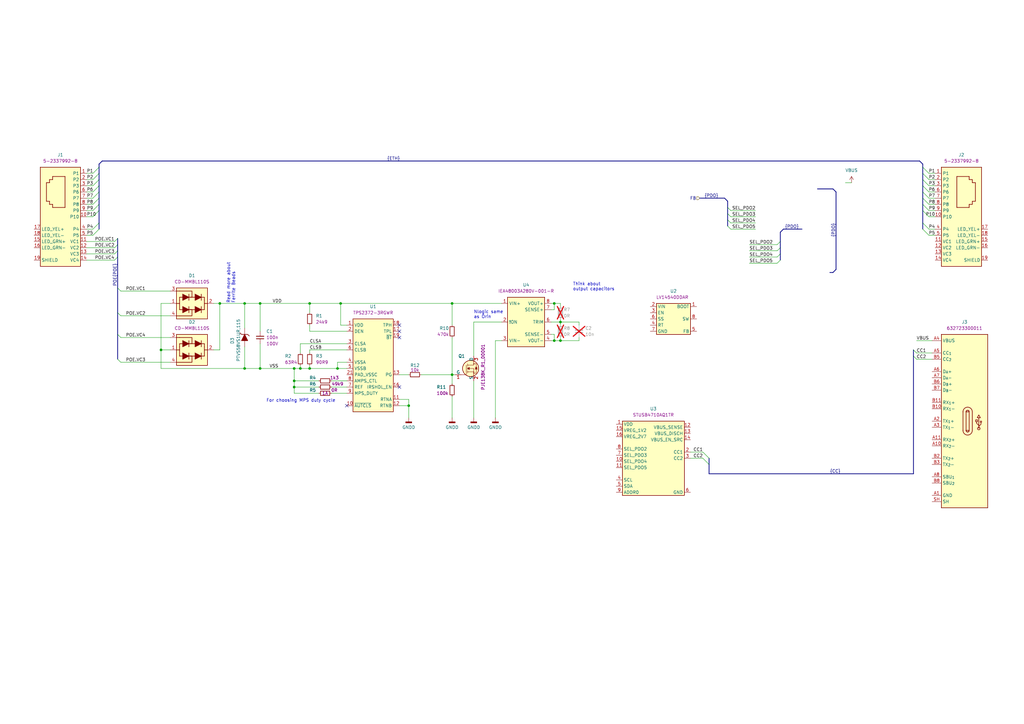
<source format=kicad_sch>
(kicad_sch (version 20230121) (generator eeschema)
  (paper "A3")
  (title_block (title "PoE to USBC PD adapter") (date "2024-07-08") (company "Antmicro ltd."))
  (lib_symbols
    (symbol "PJE138K_2" (pin_names (offset 0))
      (property "Reference" "Q" (at 22.86 -6.35 0))
      (property "MPN" "PJE138K_R1_00001" (at 22.86 -16.51 0))
      (symbol "PJE138K_2_1_1"
        (pin passive line (at 0 0 0) (length 2.54) (name "G") (number "1"))
        (pin passive line (at 7.62 -2.54 90) (length 2.54) (name "S") (number "2"))
        (pin passive line (at 7.62 7.62 270) (length 2.54) (name "D") (number "3"))
      )
    )
    (symbol "antmicroCapacitors0402:C_10n_50V_X7R_0402" (pin_numbers hide) (pin_names hide)
      (property "Reference" "C" (at 15.24 -5.08 0))
      (property "Val" "10n" (at 15.24 -7.62 0))
      (symbol "C_10n_50V_X7R_0402_1_1"
        (pin passive line (at 0 0 0) (length 2.032) (name "~") (number "1"))
        (pin passive line (at 5.08 0 180) (length 2.032) (name "~") (number "2"))
      )
    )
    (symbol "antmicroCapacitorsmisc:C_100n_100V_0805" (pin_numbers hide) (pin_names hide)
      (property "Reference" "C" (at 20.32 -5.08 0))
      (property "Val" "100n" (at 20.32 -7.62 0))
      (property "Voltage" "100V" (at 20.32 -27.94 0))
      (symbol "C_100n_100V_0805_1_1"
        (pin passive line (at 0 0 0) (length 2.032) (name "~") (number "1"))
        (pin passive line (at 5.08 0 180) (length 2.032) (name "~") (number "2"))
      )
    )
    (symbol "antmicroDCDCConverters:IEA48003A280V-001-R"
      (property "Reference" "U" (at 35.56 -2.54 0))
      (property "MPN" "IEA48003A280V-001-R" (at 35.56 -5.08 0))
      (symbol "IEA48003A280V-001-R_1_1"
        (pin power_in line (at 0 0 0) (length 2.54) (name "VIN+") (number "1"))
        (pin input line (at 0 -7.62 0) (length 2.54) (name "!ON") (number "2"))
        (pin power_in line (at 0 -15.24 0) (length 2.54) (name "VIN-") (number "3"))
        (pin power_out line (at 20.32 -15.24 180) (length 2.54) (name "VOUT-") (number "4"))
        (pin passive line (at 20.32 -12.7 180) (length 2.54) (name "SENSE-") (number "5"))
        (pin input line (at 20.32 -7.62 180) (length 2.54) (name "TRIM") (number "6"))
        (pin passive line (at 20.32 -2.54 180) (length 2.54) (name "SENSE+") (number "7"))
        (pin power_out line (at 20.32 0 180) (length 2.54) (name "VOUT+") (number "8"))
      )
    )
    (symbol "antmicroDCDCConverters:LV14540DDAR"
      (property "Reference" "U" (at 33.02 -5.08 0))
      (property "MPN" "LV14540DDAR " (at 33.02 -7.62 0))
      (symbol "LV14540DDAR_1_1"
        (pin input line (at 19.05 0 180) (length 2.54) (name "BOOT") (number "1"))
        (pin power_in line (at 0 0 0) (length 2.54) (name "VIN") (number "2"))
        (pin input line (at 0 -2.54 0) (length 2.54) (name "EN") (number "3"))
        (pin input line (at 0 -7.62 0) (length 2.54) (name "RT") (number "4"))
        (pin input line (at 19.05 -10.16 180) (length 2.54) (name "FB") (number "5"))
        (pin input line (at 0 -5.08 0) (length 2.54) (name "SS") (number "6"))
        (pin power_in line (at 0 -10.16 0) (length 2.54) (name "GND") (number "7"))
        (pin power_out line (at 19.05 -5.08 180) (length 2.54) (name "SW") (number "8"))
        (pin passive line (at 0 -10.16 0) (length 2.54) hide (name "GND") (number "9"))
      )
    )
    (symbol "antmicroDiodesRectifiersSingle:CD-MMBL110S" (pin_names hide)
      (property "Reference" "D" (at 26.67 -2.54 0))
      (property "MPN" "CD-MMBL110S" (at 26.67 -5.08 0))
      (symbol "CD-MMBL110S_1_1"
        (pin passive line (at 0 -5.08 0) (length 2.54) (name "1") (number "1"))
        (pin passive line (at 17.78 -5.08 180) (length 2.54) (name "2") (number "2"))
        (pin passive line (at 0 0 0) (length 2.54) (name "3") (number "3"))
        (pin passive line (at 0 -10.16 0) (length 2.54) (name "4") (number "4"))
      )
    )
    (symbol "antmicroModularConnectorsJacksWithMagnetics:Bus_RJ45_5-2337992-8"
      (property "Reference" "J" (at 35.56 -2.54 0))
      (property "MPN" "5-2337992-8" (at 35.56 -12.7 0))
      (symbol "Bus_RJ45_5-2337992-8_1_1"
        (pin bidirectional line (at 0 0 0) (length 2.54) (name "P1") (number "1"))
        (pin bidirectional line (at 0 -17.78 0) (length 2.54) (name "P10") (number "10"))
        (pin bidirectional line (at 0 -27.94 0) (length 2.54) (name "VC1") (number "11"))
        (pin bidirectional line (at 0 -30.48 0) (length 2.54) (name "VC2") (number "12"))
        (pin bidirectional line (at 0 -33.02 0) (length 2.54) (name "VC3") (number "13"))
        (pin bidirectional line (at 0 -35.56 0) (length 2.54) (name "VC4") (number "14"))
        (pin passive line (at 21.59 -27.94 180) (length 2.54) (name "LED_GRN+") (number "15"))
        (pin passive line (at 21.59 -30.48 180) (length 2.54) (name "LED_GRN-") (number "16"))
        (pin passive line (at 21.59 -22.86 180) (length 2.54) (name "LED_YEL+") (number "17"))
        (pin passive line (at 21.59 -25.4 180) (length 2.54) (name "LED_YEL-") (number "18"))
        (pin passive line (at 21.59 -35.56 180) (length 2.54) (name "SHIELD") (number "19"))
        (pin bidirectional line (at 0 -2.54 0) (length 2.54) (name "P2") (number "2"))
        (pin passive line (at 21.59 -35.56 180) (length 2.54) hide (name "SHIELD") (number "20"))
        (pin bidirectional line (at 0 -5.08 0) (length 2.54) (name "P3") (number "3"))
        (pin bidirectional line (at 0 -22.86 0) (length 2.54) (name "P4") (number "4"))
        (pin bidirectional line (at 0 -25.4 0) (length 2.54) (name "P5") (number "5"))
        (pin bidirectional line (at 0 -7.62 0) (length 2.54) (name "P6") (number "6"))
        (pin bidirectional line (at 0 -10.16 0) (length 2.54) (name "P7") (number "7"))
        (pin bidirectional line (at 0 -12.7 0) (length 2.54) (name "P8") (number "8"))
        (pin bidirectional line (at 0 -15.24 0) (length 2.54) (name "P9") (number "9"))
      )
    )
    (symbol "antmicroPMICPowerDistributionSwitchesLoadDrivers:STUSB4710AQ1TR"
      (property "Reference" "U" (at 45.72 -5.08 0))
      (property "MPN" "STUSB4710AQ1TR" (at 45.72 -7.62 0))
      (symbol "STUSB4710AQ1TR_1_1"
        (pin power_in line (at 0 0 0) (length 2.54) (name "VDD") (number "1"))
        (pin open_collector line (at 0 -15.24 0) (length 2.54) (name "SEL_PDO4") (number "10"))
        (pin open_collector line (at 0 -17.78 0) (length 2.54) (name "SEL_PDO5") (number "11"))
        (pin input line (at 30.48 -1.27 180) (length 2.54) (name "VBUS_SENSE") (number "12"))
        (pin output line (at 30.48 -3.81 180) (length 2.54) (name "VBUS_DISCH") (number "13"))
        (pin output line (at 30.48 -6.35 180) (length 2.54) (name "VBUS_EN_SRC") (number "14"))
        (pin power_out line (at 0 -2.54 0) (length 2.54) (name "VREG_1V2") (number "15"))
        (pin power_out line (at 0 -5.08 0) (length 2.54) (name "VREG_2V7") (number "16"))
        (pin bidirectional line (at 30.48 -11.43 180) (length 2.54) (name "CC1") (number "2"))
        (pin bidirectional line (at 30.48 -13.97 180) (length 2.54) (name "CC2") (number "3"))
        (pin input line (at 0 -22.86 0) (length 2.54) (name "SCL") (number "4"))
        (pin bidirectional line (at 0 -25.4 0) (length 2.54) (name "SDA") (number "5"))
        (pin power_in line (at 30.48 -27.94 180) (length 2.54) (name "GND") (number "6"))
        (pin open_collector line (at 0 -12.7 0) (length 2.54) (name "SEL_PDO3") (number "7"))
        (pin open_collector line (at 0 -10.16 0) (length 2.54) (name "SEL_PDO2") (number "8"))
        (pin input line (at 0 -27.94 0) (length 2.54) (name "ADDR0") (number "9"))
      )
    )
    (symbol "antmicroPMICPowerDistributionSwitchesLoadDrivers:TPS2372-3RGWR"
      (property "Reference" "U" (at 35.56 0 0))
      (property "MPN" "TPS2372-3RGWR" (at 35.56 -10.16 0))
      (symbol "TPS2372-3RGWR_1_1"
        (pin power_in line (at 0 0 0) (length 2.54) (name "VDD") (number "1"))
        (pin input line (at 0 -33.02 0) (length 2.54) (name "~{AUTCLS}") (number "10"))
        (pin power_out line (at 21.59 -30.48 180) (length 2.54) (name "RTNA") (number "11"))
        (pin power_out line (at 21.59 -33.02 180) (length 2.54) (name "RTNB") (number "12"))
        (pin output line (at 21.59 -20.32 180) (length 2.54) (name "PG") (number "13"))
        (pin no_connect line (at 19.05 -15.24 180) (length 2.54) hide (name "NC") (number "14"))
        (pin no_connect line (at 19.05 -12.7 180) (length 2.54) hide (name "NC") (number "15"))
        (pin output line (at 21.59 -25.4 180) (length 2.54) (name "IRSHDL_EN") (number "16"))
        (pin output line (at 21.59 -2.54 180) (length 2.54) (name "TPL") (number "17"))
        (pin output line (at 21.59 0 180) (length 2.54) (name "TPH") (number "18"))
        (pin output line (at 21.59 -5.08 180) (length 2.54) (name "~{BT}") (number "19"))
        (pin input line (at 0 -2.54 0) (length 2.54) (name "DEN") (number "2"))
        (pin no_connect line (at 19.05 -10.16 180) (length 2.54) hide (name "NC") (number "20"))
        (pin power_in line (at 0 -20.32 0) (length 2.54) (name "PAD_VSSC") (number "21"))
        (pin input line (at 0 -7.62 0) (length 2.54) (name "CLSA") (number "3"))
        (pin power_in line (at 0 -15.24 0) (length 2.54) (name "VSSA") (number "4"))
        (pin power_in line (at 0 -17.78 0) (length 2.54) (name "VSSB") (number "5"))
        (pin input line (at 0 -10.16 0) (length 2.54) (name "CLSB") (number "6"))
        (pin input line (at 0 -25.4 0) (length 2.54) (name "REF") (number "7"))
        (pin input line (at 0 -22.86 0) (length 2.54) (name "AMPS_CTL") (number "8"))
        (pin input line (at 0 -27.94 0) (length 2.54) (name "MPS_DUTY") (number "9"))
      )
    )
    (symbol "antmicroResistors0402:R_0R_0402" (pin_numbers hide) (pin_names hide)
      (property "Reference" "R" (at 20.32 -5.08 0))
      (property "Val" "0R" (at 20.32 -7.62 0))
      (symbol "R_0R_0402_1_1"
        (pin passive line (at 0 0 0) (length 0.635) (name "~") (number "1"))
        (pin passive line (at 5.08 0 180) (length 0.635) (name "~") (number "2"))
      )
    )
    (symbol "antmicroResistors0402:R_100k_0402" (pin_numbers hide) (pin_names hide)
      (property "Reference" "R" (at 20.32 -5.08 0))
      (property "Val" "100k" (at 20.32 -7.62 0))
      (symbol "R_100k_0402_1_1"
        (pin passive line (at 0 0 0) (length 0.635) (name "~") (number "1"))
        (pin passive line (at 5.08 0 180) (length 0.635) (name "~") (number "2"))
      )
    )
    (symbol "antmicroResistors0402:R_10k_0402" (pin_numbers hide) (pin_names hide)
      (property "Reference" "R" (at 20.32 -5.08 0))
      (property "Val" "10k" (at 20.32 -7.62 0))
      (symbol "R_10k_0402_1_1"
        (pin passive line (at 0 0 0) (length 0.635) (name "~") (number "1"))
        (pin passive line (at 5.08 0 180) (length 0.635) (name "~") (number "2"))
      )
    )
    (symbol "antmicroResistors0402:R_1k3_0402" (pin_numbers hide) (pin_names hide)
      (property "Reference" "R" (at 20.32 -5.08 0))
      (property "Val" "1k3" (at 20.32 -7.62 0))
      (symbol "R_1k3_0402_1_1"
        (pin passive line (at 0 0 0) (length 0.635) (name "~") (number "1"))
        (pin passive line (at 5.08 0 180) (length 0.635) (name "~") (number "2"))
      )
    )
    (symbol "antmicroResistors0402:R_24k9_0402" (pin_numbers hide) (pin_names hide)
      (property "Reference" "R" (at 20.32 -5.08 0))
      (property "Val" "24k9" (at 20.32 -7.62 0))
      (symbol "R_24k9_0402_1_1"
        (pin passive line (at 0 0 0) (length 0.635) (name "~") (number "1"))
        (pin passive line (at 5.08 0 180) (length 0.635) (name "~") (number "2"))
      )
    )
    (symbol "antmicroResistors0402:R_470k_0402" (pin_numbers hide) (pin_names hide)
      (property "Reference" "R" (at 20.32 -5.08 0))
      (property "Val" "470k" (at 20.32 -7.62 0))
      (symbol "R_470k_0402_1_1"
        (pin passive line (at 0 0 0) (length 0.635) (name "~") (number "1"))
        (pin passive line (at 5.08 0 180) (length 0.635) (name "~") (number "2"))
      )
    )
    (symbol "antmicroResistors0402:R_49k9_0402" (pin_numbers hide) (pin_names hide)
      (property "Reference" "R" (at 20.32 -5.08 0))
      (property "Val" "49k9" (at 20.32 -7.62 0))
      (symbol "R_49k9_0402_1_1"
        (pin passive line (at 0 0 0) (length 0.635) (name "~") (number "1"))
        (pin passive line (at 5.08 0 180) (length 0.635) (name "~") (number "2"))
      )
    )
    (symbol "antmicroResistors0603:R_0R_0603" (pin_numbers hide) (pin_names hide)
      (property "Reference" "R" (at 20.32 -5.08 0))
      (property "Val" "0R" (at 20.32 -7.62 0))
      (property "Current" "1A" (at 20.32 -30.48 0))
      (symbol "R_0R_0603_1_1"
        (pin passive line (at 0 0 0) (length 0.635) (name "~") (number "1"))
        (pin passive line (at 5.08 0 180) (length 0.635) (name "~") (number "2"))
      )
    )
    (symbol "antmicroResistors0603:R_63R4_0603" (pin_numbers hide) (pin_names hide)
      (property "Reference" "R" (at 20.32 -5.08 0))
      (property "Val" "63R4" (at 20.32 -7.62 0))
      (symbol "R_63R4_0603_1_1"
        (pin passive line (at 0 0 0) (length 0.635) (name "~") (number "1"))
        (pin passive line (at 5.08 0 180) (length 0.635) (name "~") (number "2"))
      )
    )
    (symbol "antmicroResistors0603:R_90R9_0603" (pin_numbers hide) (pin_names hide)
      (property "Reference" "R" (at 20.32 -5.08 0))
      (property "Val" "90R9" (at 20.32 -7.62 0))
      (symbol "R_90R9_0603_1_1"
        (pin passive line (at 0 0 0) (length 0.635) (name "~") (number "1"))
        (pin passive line (at 5.08 0 180) (length 0.635) (name "~") (number "2"))
      )
    )
    (symbol "antmicroTVSDiodes:PTVS58VS1UR,115" (pin_numbers hide) (pin_names hide)
      (property "Reference" "D" (at 21.59 -5.08 0))
      (property "Value" "PTVS58VS1UR,115" (at 21.59 -7.62 0))
      (symbol "PTVS58VS1UR,115_1_1"
        (pin passive line (at 0 0 0) (length 2.54) (name "A") (number "A"))
        (pin passive line (at 7.62 0 180) (length 2.54) (name "C") (number "K"))
      )
    )
    (symbol "antmicroUSBConnectors:USB-C_WE_632723300011"
      (property "Reference" "J" (at 15.24 -2.54 0))
      (property "MPN" "632723300011" (at 15.24 -5.08 0))
      (symbol "USB-C_WE_632723300011_1_1"
        (pin power_in line (at 0 -63.5 180) (length 3.81) (name "GND") (number "A1"))
        (pin bidirectional line (at 0 -43.18 180) (length 3.81) (name "RX_{2}-") (number "A10"))
        (pin bidirectional line (at 0 -40.64 180) (length 3.81) (name "RX_{2}+") (number "A11"))
        (pin passive line (at 0 -63.5 180) (length 3.81) hide (name "GND") (number "A12"))
        (pin bidirectional line (at 0 -33.02 180) (length 3.81) (name "TX_{1}+") (number "A2"))
        (pin bidirectional line (at 0 -35.56 180) (length 3.81) (name "TX_{1}-") (number "A3"))
        (pin passive line (at 0 0 180) (length 3.81) (name "VBUS") (number "A4"))
        (pin bidirectional line (at 0 -5.08 180) (length 3.81) (name "CC_{1}") (number "A5"))
        (pin bidirectional line (at 0 -12.7 180) (length 3.81) (name "D_{A}+") (number "A6"))
        (pin bidirectional line (at 0 -15.24 180) (length 3.81) (name "D_{A}-") (number "A7"))
        (pin bidirectional line (at 0 -55.88 180) (length 3.81) (name "SBU_{1}") (number "A8"))
        (pin passive line (at 0 0 180) (length 3.81) hide (name "VBUS") (number "A9"))
        (pin passive line (at 0 -63.5 180) (length 3.81) hide (name "GND") (number "B1"))
        (pin bidirectional line (at 0 -27.94 180) (length 3.81) (name "RX_{1}-") (number "B10"))
        (pin bidirectional line (at 0 -25.4 180) (length 3.81) (name "RX_{1}+") (number "B11"))
        (pin passive line (at 0 -63.5 180) (length 3.81) hide (name "GND") (number "B12"))
        (pin bidirectional line (at 0 -48.26 180) (length 3.81) (name "TX_{2}+") (number "B2"))
        (pin bidirectional line (at 0 -50.8 180) (length 3.81) (name "TX_{2}-") (number "B3"))
        (pin passive line (at 0 0 180) (length 3.81) hide (name "VBUS") (number "B4"))
        (pin bidirectional line (at 0 -7.62 180) (length 3.81) (name "CC_{2}") (number "B5"))
        (pin bidirectional line (at 0 -17.78 180) (length 3.81) (name "D_{B}+") (number "B6"))
        (pin bidirectional line (at 0 -20.32 180) (length 3.81) (name "D_{B}-") (number "B7"))
        (pin bidirectional line (at 0 -58.42 180) (length 3.81) (name "SBU_{2}") (number "B8"))
        (pin passive line (at 0 0 180) (length 3.81) hide (name "VBUS") (number "B9"))
        (pin passive line (at 0 -66.04 180) (length 3.81) (name "SH") (number "SH"))
      )
    )
    (symbol "antmicropower:GNDD" (power) (pin_numbers hide) (pin_names hide)
      (property "Value" "GNDD" (at 15.24 -5.08 0))
      (symbol "GNDD_1_1"
        (pin power_in line (at 0 0 270) (length 0) (name "GNDD") (number "1"))
      )
    )
    (symbol "antmicropower:VBUS" (power) (pin_names (offset 0))
      (property "Value" "VBUS" (at 0 3.81 0))
      (symbol "VBUS_1_1"
        (pin power_in line (at 0 0 90) (length 0) hide (name "VBUS") (number "1"))
      )
    )
  )
  (bus_alias "CC" (members "CC1" "CC2"))
  (bus_alias "ETH" (members "P1" "P2" "P3" "P6" "P7" "P8" "P9" "P10" "P4" "P5"))
  (bus_alias "POE" (members "VC1" "VC2" "VC3" "VC4"))
  (junction (at 123.19 151.13))
  (junction (at 127 151.13))
  (junction (at 229.87 132.08))
  (junction (at 185.42 153.67))
  (junction (at 66.04 143.51))
  (junction (at 138.43 151.13))
  (junction (at 229.87 139.7))
  (junction (at 227.33 139.7))
  (junction (at 100.33 124.46))
  (junction (at 120.65 156.21))
  (junction (at 139.7 124.46))
  (junction (at 167.64 166.37))
  (junction (at 106.68 151.13))
  (junction (at 90.17 124.46))
  (junction (at 227.33 124.46))
  (junction (at 185.42 124.46))
  (junction (at 120.65 151.13))
  (junction (at 120.65 158.75))
  (junction (at 127 124.46))
  (junction (at 100.33 151.13))
  (junction (at 106.68 124.46))
  (no_connect (at 163.83 158.75))
  (no_connect (at 163.83 133.35))
  (no_connect (at 163.83 138.43))
  (no_connect (at 163.83 135.89))
  (no_connect (at 142.24 166.37))
  (bus_entry (at 378.46 81.28) (size 2.54 2.54))
  (bus_entry (at 374.65 143.51) (size 1.27 1.27))
  (bus_entry (at 318.77 105.41) (size 1.27 -1.27))
  (bus_entry (at 40.64 86.36) (size -2.54 2.54))
  (bus_entry (at 318.77 102.87) (size 1.27 -1.27))
  (bus_entry (at 40.64 76.2) (size -2.54 2.54))
  (bus_entry (at 378.46 73.66) (size 2.54 2.54))
  (bus_entry (at 378.46 91.44) (size 2.54 2.54))
  (bus_entry (at 298.45 90.17) (size 1.27 1.27))
  (bus_entry (at 40.64 71.12) (size -2.54 2.54))
  (bus_entry (at 290.83 190.5) (size -2.54 -2.54))
  (bus_entry (at 378.46 83.82) (size 2.54 2.54))
  (bus_entry (at 298.45 85.09) (size 1.27 1.27))
  (bus_entry (at 378.46 93.98) (size 2.54 2.54))
  (bus_entry (at 40.64 81.28) (size -2.54 2.54))
  (bus_entry (at 40.64 91.44) (size -2.54 2.54))
  (bus_entry (at 290.83 187.96) (size -2.54 -2.54))
  (bus_entry (at 318.77 100.33) (size 1.27 -1.27))
  (bus_entry (at 48.26 137.16) (size 1.27 1.27))
  (bus_entry (at 48.26 128.27) (size 1.27 1.27))
  (bus_entry (at 48.26 118.11) (size 1.27 1.27))
  (bus_entry (at 298.45 92.71) (size 1.27 1.27))
  (bus_entry (at 40.64 73.66) (size -2.54 2.54))
  (bus_entry (at 378.46 78.74) (size 2.54 2.54))
  (bus_entry (at 318.77 107.95) (size 1.27 -1.27))
  (bus_entry (at 374.65 146.05) (size 1.27 1.27))
  (bus_entry (at 40.64 93.98) (size -2.54 2.54))
  (bus_entry (at 378.46 71.12) (size 2.54 2.54))
  (bus_entry (at 378.46 86.36) (size 2.54 2.54))
  (bus_entry (at 48.26 105.41) (size -1.27 1.27))
  (bus_entry (at 48.26 97.79) (size -1.27 1.27))
  (bus_entry (at 48.26 102.87) (size -1.27 1.27))
  (bus_entry (at 40.64 83.82) (size -2.54 2.54))
  (bus_entry (at 40.64 78.74) (size -2.54 2.54))
  (bus_entry (at 378.46 68.58) (size 2.54 2.54))
  (bus_entry (at 40.64 68.58) (size -2.54 2.54))
  (bus_entry (at 48.26 100.33) (size -1.27 1.27))
  (bus_entry (at 378.46 76.2) (size 2.54 2.54))
  (bus_entry (at 298.45 87.63) (size 1.27 1.27))
  (bus_entry (at 48.26 147.32) (size 1.27 1.27))
  (bus (pts (xy 320.04 104.14) (xy 320.04 106.68)))
  (wire (pts (xy 49.53 148.59) (xy 69.85 148.59)))
  (wire (pts (xy 90.17 143.51) (xy 87.63 143.51)))
  (bus (pts (xy 378.46 71.12) (xy 378.46 73.66)))
  (wire (pts (xy 226.06 137.16) (xy 227.33 137.16)))
  (wire (pts (xy 172.72 153.67) (xy 185.42 153.67)))
  (bus (pts (xy 48.26 97.79) (xy 48.26 100.33)))
  (bus (pts (xy 290.83 187.96) (xy 290.83 190.5)))
  (wire (pts (xy 237.49 139.7) (xy 237.49 138.43)))
  (bus (pts (xy 48.26 102.87) (xy 48.26 105.41)))
  (wire (pts (xy 127 124.46) (xy 139.7 124.46)))
  (wire (pts (xy 35.56 73.66) (xy 38.1 73.66)))
  (wire (pts (xy 185.42 138.43) (xy 185.42 153.67)))
  (wire (pts (xy 163.83 163.83) (xy 167.64 163.83)))
  (wire (pts (xy 383.54 78.74) (xy 381 78.74)))
  (bus (pts (xy 342.9 110.49) (xy 341.63 111.76)))
  (bus (pts (xy 320.04 99.06) (xy 320.04 101.6)))
  (wire (pts (xy 123.19 140.97) (xy 142.24 140.97)))
  (wire (pts (xy 142.24 148.59) (xy 138.43 148.59)))
  (wire (pts (xy 100.33 124.46) (xy 106.68 124.46)))
  (bus (pts (xy 378.46 86.36) (xy 378.46 91.44)))
  (bus (pts (xy 342.9 78.74) (xy 342.9 110.49)))
  (bus (pts (xy 335.28 77.47) (xy 341.63 77.47)))
  (wire (pts (xy 383.54 71.12) (xy 381 71.12)))
  (bus (pts (xy 298.45 90.17) (xy 298.45 92.71)))
  (bus (pts (xy 48.26 105.41) (xy 48.26 118.11)))
  (wire (pts (xy 299.72 88.9) (xy 309.88 88.9)))
  (wire (pts (xy 307.34 105.41) (xy 318.77 105.41)))
  (wire (pts (xy 123.19 140.97) (xy 123.19 144.78)))
  (wire (pts (xy 127 149.86) (xy 127 151.13)))
  (wire (pts (xy 383.54 96.52) (xy 381 96.52)))
  (wire (pts (xy 35.56 99.06) (xy 46.99 99.06)))
  (bus (pts (xy 40.64 73.66) (xy 40.64 76.2)))
  (wire (pts (xy 185.42 153.67) (xy 186.69 153.67)))
  (wire (pts (xy 130.81 156.21) (xy 120.65 156.21)))
  (bus (pts (xy 340.36 111.76) (xy 341.63 111.76)))
  (bus (pts (xy 378.46 76.2) (xy 378.46 78.74)))
  (wire (pts (xy 229.87 138.43) (xy 229.87 139.7)))
  (bus (pts (xy 374.65 143.51) (xy 374.65 146.05)))
  (wire (pts (xy 283.21 187.96) (xy 288.29 187.96)))
  (wire (pts (xy 127 135.89) (xy 142.24 135.89)))
  (bus (pts (xy 378.46 78.74) (xy 378.46 81.28)))
  (wire (pts (xy 205.74 132.08) (xy 194.31 132.08)))
  (wire (pts (xy 35.56 78.74) (xy 38.1 78.74)))
  (bus (pts (xy 298.45 82.55) (xy 298.45 85.09)))
  (wire (pts (xy 66.04 124.46) (xy 69.85 124.46)))
  (bus (pts (xy 41.91 66.04) (xy 377.19 66.04)))
  (wire (pts (xy 35.56 88.9) (xy 38.1 88.9)))
  (wire (pts (xy 283.21 185.42) (xy 288.29 185.42)))
  (wire (pts (xy 185.42 153.67) (xy 185.42 157.48)))
  (wire (pts (xy 106.68 124.46) (xy 106.68 135.89)))
  (wire (pts (xy 383.54 73.66) (xy 381 73.66)))
  (wire (pts (xy 237.49 133.35) (xy 237.49 132.08)))
  (wire (pts (xy 106.68 140.97) (xy 106.68 151.13)))
  (bus (pts (xy 320.04 101.6) (xy 320.04 104.14)))
  (wire (pts (xy 299.72 86.36) (xy 309.88 86.36)))
  (wire (pts (xy 142.24 133.35) (xy 139.7 133.35)))
  (wire (pts (xy 299.72 93.98) (xy 309.88 93.98)))
  (bus (pts (xy 40.64 86.36) (xy 40.64 91.44)))
  (wire (pts (xy 130.81 161.29) (xy 120.65 161.29)))
  (wire (pts (xy 138.43 148.59) (xy 138.43 151.13)))
  (wire (pts (xy 35.56 86.36) (xy 38.1 86.36)))
  (wire (pts (xy 49.53 119.38) (xy 69.85 119.38)))
  (wire (pts (xy 383.54 93.98) (xy 381 93.98)))
  (wire (pts (xy 120.65 158.75) (xy 130.81 158.75)))
  (bus (pts (xy 290.83 190.5) (xy 290.83 194.31)))
  (wire (pts (xy 185.42 162.56) (xy 185.42 171.45)))
  (wire (pts (xy 185.42 124.46) (xy 205.74 124.46)))
  (wire (pts (xy 35.56 96.52) (xy 38.1 96.52)))
  (bus (pts (xy 40.64 68.58) (xy 40.64 71.12)))
  (wire (pts (xy 142.24 156.21) (xy 135.89 156.21)))
  (wire (pts (xy 35.56 83.82) (xy 38.1 83.82)))
  (wire (pts (xy 229.87 130.81) (xy 229.87 132.08)))
  (bus (pts (xy 40.64 67.31) (xy 41.91 66.04)))
  (wire (pts (xy 203.2 139.7) (xy 203.2 171.45)))
  (wire (pts (xy 135.89 158.75) (xy 142.24 158.75)))
  (wire (pts (xy 87.63 124.46) (xy 90.17 124.46)))
  (bus (pts (xy 40.64 83.82) (xy 40.64 86.36)))
  (wire (pts (xy 307.34 100.33) (xy 318.77 100.33)))
  (wire (pts (xy 100.33 124.46) (xy 100.33 134.62)))
  (wire (pts (xy 167.64 163.83) (xy 167.64 166.37)))
  (wire (pts (xy 106.68 151.13) (xy 100.33 151.13)))
  (wire (pts (xy 66.04 143.51) (xy 66.04 124.46)))
  (bus (pts (xy 40.64 78.74) (xy 40.64 81.28)))
  (wire (pts (xy 127 143.51) (xy 127 144.78)))
  (bus (pts (xy 378.46 67.31) (xy 377.19 66.04)))
  (wire (pts (xy 194.31 156.21) (xy 194.31 171.45)))
  (wire (pts (xy 229.87 132.08) (xy 237.49 132.08)))
  (bus (pts (xy 374.65 146.05) (xy 374.65 194.31)))
  (wire (pts (xy 205.74 139.7) (xy 203.2 139.7)))
  (bus (pts (xy 341.63 77.47) (xy 342.9 78.74)))
  (bus (pts (xy 320.04 95.25) (xy 320.04 99.06)))
  (wire (pts (xy 226.06 124.46) (xy 227.33 124.46)))
  (wire (pts (xy 123.19 151.13) (xy 127 151.13)))
  (wire (pts (xy 185.42 124.46) (xy 185.42 133.35)))
  (wire (pts (xy 49.53 129.54) (xy 69.85 129.54)))
  (wire (pts (xy 35.56 106.68) (xy 46.99 106.68)))
  (wire (pts (xy 383.54 81.28) (xy 381 81.28)))
  (wire (pts (xy 346.71 74.93) (xy 349.25 74.93)))
  (bus (pts (xy 297.18 81.28) (xy 298.45 82.55)))
  (wire (pts (xy 127 124.46) (xy 127 128.27)))
  (bus (pts (xy 321.31 93.98) (xy 328.93 93.98)))
  (wire (pts (xy 90.17 124.46) (xy 90.17 143.51)))
  (bus (pts (xy 378.46 67.31) (xy 378.46 68.58)))
  (wire (pts (xy 35.56 93.98) (xy 38.1 93.98)))
  (wire (pts (xy 35.56 76.2) (xy 38.1 76.2)))
  (bus (pts (xy 40.64 67.31) (xy 40.64 68.58)))
  (wire (pts (xy 375.92 144.78) (xy 382.27 144.78)))
  (wire (pts (xy 100.33 151.13) (xy 66.04 151.13)))
  (bus (pts (xy 378.46 73.66) (xy 378.46 76.2)))
  (wire (pts (xy 123.19 149.86) (xy 123.19 151.13)))
  (wire (pts (xy 375.92 147.32) (xy 382.27 147.32)))
  (bus (pts (xy 287.02 81.28) (xy 297.18 81.28)))
  (wire (pts (xy 227.33 139.7) (xy 229.87 139.7)))
  (wire (pts (xy 49.53 138.43) (xy 69.85 138.43)))
  (wire (pts (xy 127 135.89) (xy 127 133.35)))
  (bus (pts (xy 298.45 85.09) (xy 298.45 87.63)))
  (bus (pts (xy 320.04 95.25) (xy 321.31 93.98)))
  (bus (pts (xy 48.26 147.32) (xy 48.26 137.16)))
  (wire (pts (xy 120.65 161.29) (xy 120.65 158.75)))
  (bus (pts (xy 378.46 91.44) (xy 378.46 93.98)))
  (bus (pts (xy 40.64 71.12) (xy 40.64 73.66)))
  (bus (pts (xy 40.64 81.28) (xy 40.64 83.82)))
  (bus (pts (xy 48.26 100.33) (xy 48.26 102.87)))
  (bus (pts (xy 378.46 68.58) (xy 378.46 71.12)))
  (wire (pts (xy 120.65 158.75) (xy 120.65 156.21)))
  (wire (pts (xy 229.87 139.7) (xy 237.49 139.7)))
  (bus (pts (xy 40.64 76.2) (xy 40.64 78.74)))
  (wire (pts (xy 106.68 151.13) (xy 120.65 151.13)))
  (wire (pts (xy 35.56 104.14) (xy 46.99 104.14)))
  (wire (pts (xy 69.85 143.51) (xy 66.04 143.51)))
  (wire (pts (xy 138.43 151.13) (xy 142.24 151.13)))
  (wire (pts (xy 307.34 102.87) (xy 318.77 102.87)))
  (wire (pts (xy 383.54 88.9) (xy 381 88.9)))
  (wire (pts (xy 120.65 151.13) (xy 123.19 151.13)))
  (wire (pts (xy 194.31 132.08) (xy 194.31 146.05)))
  (bus (pts (xy 378.46 81.28) (xy 378.46 83.82)))
  (wire (pts (xy 226.06 139.7) (xy 227.33 139.7)))
  (wire (pts (xy 383.54 76.2) (xy 381 76.2)))
  (bus (pts (xy 48.26 118.11) (xy 48.26 128.27)))
  (bus (pts (xy 290.83 194.31) (xy 374.65 194.31)))
  (wire (pts (xy 383.54 86.36) (xy 381 86.36)))
  (wire (pts (xy 375.92 139.7) (xy 382.27 139.7)))
  (wire (pts (xy 227.33 127) (xy 227.33 124.46)))
  (wire (pts (xy 35.56 71.12) (xy 38.1 71.12)))
  (wire (pts (xy 299.72 91.44) (xy 309.88 91.44)))
  (bus (pts (xy 40.64 91.44) (xy 40.64 93.98)))
  (wire (pts (xy 127 143.51) (xy 142.24 143.51)))
  (wire (pts (xy 139.7 133.35) (xy 139.7 124.46)))
  (wire (pts (xy 229.87 124.46) (xy 229.87 125.73)))
  (wire (pts (xy 226.06 127) (xy 227.33 127)))
  (wire (pts (xy 139.7 124.46) (xy 185.42 124.46)))
  (wire (pts (xy 66.04 151.13) (xy 66.04 143.51)))
  (wire (pts (xy 383.54 83.82) (xy 381 83.82)))
  (wire (pts (xy 167.64 166.37) (xy 167.64 171.45)))
  (wire (pts (xy 120.65 156.21) (xy 120.65 151.13)))
  (wire (pts (xy 307.34 107.95) (xy 318.77 107.95)))
  (wire (pts (xy 226.06 132.08) (xy 229.87 132.08)))
  (wire (pts (xy 100.33 142.24) (xy 100.33 151.13)))
  (bus (pts (xy 378.46 83.82) (xy 378.46 86.36)))
  (wire (pts (xy 106.68 124.46) (xy 127 124.46)))
  (bus (pts (xy 298.45 87.63) (xy 298.45 90.17)))
  (wire (pts (xy 227.33 137.16) (xy 227.33 139.7)))
  (wire (pts (xy 167.64 166.37) (xy 163.83 166.37)))
  (wire (pts (xy 227.33 124.46) (xy 229.87 124.46)))
  (wire (pts (xy 163.83 153.67) (xy 167.64 153.67)))
  (wire (pts (xy 138.43 151.13) (xy 127 151.13)))
  (wire (pts (xy 35.56 101.6) (xy 46.99 101.6)))
  (wire (pts (xy 142.24 161.29) (xy 135.89 161.29)))
  (wire (pts (xy 35.56 81.28) (xy 38.1 81.28)))
  (bus (pts (xy 48.26 128.27) (xy 48.26 137.16)))
  (wire (pts (xy 229.87 132.08) (xy 229.87 133.35)))
  (wire (pts (xy 90.17 124.46) (xy 100.33 124.46)))
  (text "Read more about\nFerrite Beads" (at 96.52 124.46 90) (effects (font (size 1.27 1.27)) (justify left bottom)))
  (text "For choosing MPS duty cycle" (at 109.22 165.1 0) (effects (font (size 1.27 1.27)) (justify left bottom)))
  (text "Think about\noutput capacitors" (at 234.95 119.38 0) (effects (font (size 1.27 1.27)) (justify left bottom)))
  (text "Nlogic same \nas Orin" (at 194.31 130.81 0) (effects (font (size 1.27 1.27)) (justify left bottom)))
  (label "CC2" (at 288.29 187.96 180))
  (label "SEL_PDO5" (at 307.34 107.95 0))
  (label "P1" (at 35.56 71.12 0))
  (label "SEL_PDO3" (at 309.88 88.9 180))
  (label "P8" (at 383.54 83.82 180))
  (label "SEL_PDO5" (at 309.88 93.98 180))
  (label "POE.VC3" (at 46.99 104.14 180))
  (label "POE.VC4" (at 59.69 138.43 180))
  (label "POE.VC2" (at 46.99 101.6 180))
  (label "POE.VC3" (at 59.69 148.59 180))
  (label "P8" (at 35.56 83.82 0))
  (label "CLSB" (at 127 143.51 0))
  (label "POE{POE}" (at 48.26 107.95 270))
  (label "CLSA" (at 127 140.97 0))
  (label "POE.VC1" (at 46.99 99.06 180))
  (label "P4" (at 383.54 93.98 180))
  (label "CC1" (at 375.92 144.78 0))
  (label "SEL_PDO2" (at 307.34 100.33 0))
  (label "P10" (at 383.54 88.9 180))
  (label "P7" (at 383.54 81.28 180))
  (label "VDD" (at 111.76 124.46 0))
  (label "SEL_PDO4" (at 309.88 91.44 180))
  (label "{ETH}" (at 158.75 66.04 0))
  (label "POE.VC4" (at 46.99 106.68 180))
  (label "VSS" (at 110.49 151.13 0))
  (label "P5" (at 35.56 96.52 0))
  (label "CC1" (at 288.29 185.42 180))
  (label "P3" (at 35.56 76.2 0))
  (label "P1" (at 383.54 71.12 180))
  (label "P2" (at 35.56 73.66 0))
  (label "SEL_PDO2" (at 309.88 86.36 180))
  (label "P2" (at 383.54 73.66 180))
  (label "POE.VC1" (at 59.69 119.38 180))
  (label "SEL_PDO4" (at 307.34 105.41 0))
  (label "P6" (at 35.56 78.74 0))
  (label "CC2" (at 375.92 147.32 0))
  (label "POE.VC2" (at 59.69 129.54 180))
  (label "SEL_PDO3" (at 307.34 102.87 0))
  (label "P9" (at 35.56 86.36 0))
  (label "VBUS" (at 375.92 139.7 0))
  (label "P4" (at 35.56 93.98 0))
  (label "P3" (at 383.54 76.2 180))
  (label "P10" (at 35.56 88.9 0))
  (label "P7" (at 35.56 81.28 0))
  (label "P6" (at 383.54 78.74 180))
  (label "{PDO}" (at 327.66 93.98 180))
  (label "{CC}" (at 340.36 194.31 0))
  (label "P9" (at 383.54 86.36 180))
  (label "P5" (at 383.54 96.52 180))
  (label "{PDO}" (at 294.64 81.28 180))
  (label "{PDO}" (at 342.9 91.44 270))
  (hierarchical_label "FB" (shape input) (at 287.02 81.28 180))
  (symbol (lib_id "antmicroDCDCConverters:IEA48003A280V-001-R") (at 205.74 124.46 0) (unit 1)
    (property "Reference" "U4" (at 215.773 116.84 0))
    (property "Value" "IEA48003A280V-001-R" (effects hide))
    (property "Footprint" "antmicro-footprints:IEA48003A280V-001-R" (effects hide))
    (property "Datasheet" "https://product.tdk.com/system/files/dam/doc/product/power/switching-power/dc-dc-converter/catalog/iea_e.pdf" (effects hide))
    (property "MPN" "IEA48003A280V-001-R" (at 215.773 119.38 0))
    (property "Manufacturer" "TDK-Lambda" (effects hide))
    (property "Author" "Antmicro" (effects hide))
    (property "License" "Apache-2.0" (effects hide))
  )
  (symbol (lib_id "antmicroModularConnectorsJacksWithMagnetics:Bus_RJ45_5-2337992-8") (at 383.54 71.12 0) (unit 1)
    (property "Reference" "J2" (at 394.335 63.5 0))
    (property "Value" "Bus_RJ45_5-2337992-8" (effects hide))
    (property "Footprint" "antmicro-footprints:RJ45_X-2337992-8_Horizontal" (effects hide))
    (property "Datasheet" "https://www.te.com/commerce/DocumentDelivery/DDEController?Action=showdoc&DocId=Customer+Drawing%7F5-2337992-8%7FA%7Fpdf%7FEnglish%7FENG_CD_5-2337992-8_A.pdf%7F5-2337992-8" (effects hide))
    (property "MPN" "5-2337992-8" (at 394.335 66.04 0))
    (property "Manufacturer" "TE Connectivity" (effects hide))
    (property "Author" "Antmicro" (effects hide))
    (property "License" "Apache-2.0" (effects hide))
  )
  (symbol (lib_name "PJE138K_2") (lib_id "antmicroTransistorsFETsMOSFETsSingle:PJE138K") (at 186.69 153.67 0) (unit 1)
    (property "Reference" "Q1" (at 187.96 146.05 0) (effects (justify left)))
    (property "Value" "PJE138K" (effects hide))
    (property "Footprint" "antmicro-footprints:SOT-523" (effects hide))
    (property "Datasheet" "https://www.mouser.com/datasheet/2/1057/PJE138K-1876698.pdf" (effects hide))
    (property "MPN" "PJE138K_R1_00001" (at 198.12 160.02 90) (effects (justify left)))
    (property "Manufacturer" "PANJIT" (effects hide))
    (property "Author" "Antmicro" (effects hide))
    (property "License" "Apache-2.0" (effects hide))
  )
  (symbol (lib_id "antmicroModularConnectorsJacksWithMagnetics:Bus_RJ45_5-2337992-8") (at 35.56 71.12 0) (mirror y) (unit 1)
    (property "Reference" "J1" (at 24.765 63.5 0))
    (property "Value" "Bus_RJ45_5-2337992-8" (effects hide))
    (property "Footprint" "antmicro-footprints:RJ45_X-2337992-8_Horizontal" (effects hide))
    (property "Datasheet" "https://www.te.com/commerce/DocumentDelivery/DDEController?Action=showdoc&DocId=Customer+Drawing%7F5-2337992-8%7FA%7Fpdf%7FEnglish%7FENG_CD_5-2337992-8_A.pdf%7F5-2337992-8" (effects hide))
    (property "MPN" "5-2337992-8" (at 24.765 66.04 0))
    (property "Manufacturer" "TE Connectivity" (effects hide))
    (property "Author" "Antmicro" (effects hide))
    (property "License" "Apache-2.0" (effects hide))
  )
  (symbol (lib_id "antmicroPMICPowerDistributionSwitchesLoadDrivers:TPS2372-3RGWR") (at 142.24 133.35 0) (unit 1)
    (property "Reference" "U1" (at 153.035 125.73 0))
    (property "Value" "TPS2372-3RGWR" (effects hide))
    (property "Footprint" "antmicro-footprints:VQFN-20_5x5x1mm_P0.65mm" (effects hide))
    (property "Datasheet" "https://www.ti.com/lit/ds/symlink/tps2372.pdf?ts=1679042478513&ref_url=https%253A%252F%252Fwww.google.com%252F" (effects hide))
    (property "MPN" "TPS2372-3RGWR" (at 153.035 128.27 0))
    (property "Manufacturer" "Texas Instruments" (effects hide))
    (property "Author" "Antmicro" (effects hide))
    (property "License" "Apache-2.0" (effects hide))
  )
  (symbol (lib_id "antmicropower:GNDD") (at 194.31 171.45 0) (unit 1)
    (property "Reference" "#PWR02" (effects hide))
    (property "Value" "GNDD" (at 194.31 175.26 0))
    (property "Author" "Antmicro" (effects hide))
    (property "License" "Apache-2.0" (effects hide))
  )
  (symbol (lib_id "antmicropower:VBUS") (at 349.25 74.93 0) (unit 1)
    (property "Reference" "#PWR05" (effects hide))
    (property "Value" "VBUS" (at 349.25 69.85 0))
  )
  (symbol (lib_id "antmicropower:GNDD") (at 185.42 171.45 0) (unit 1)
    (property "Reference" "#PWR04" (effects hide))
    (property "Value" "GNDD" (at 185.42 175.26 0))
    (property "Author" "Antmicro" (effects hide))
    (property "License" "Apache-2.0" (effects hide))
  )
  (symbol (lib_id "antmicroCapacitors0402:C_10n_50V_X7R_0402") (at 237.49 138.43 90) (unit 1) (dnp yes)
    (property "Reference" "C2" (at 240.03 134.6136 90) (effects (justify right)))
    (property "Value" "C_10n_50V_X7R_0402" (effects hide))
    (property "Footprint" "antmicro-footprints:C_0402_1005Metric" (effects hide))
    (property "Datasheet" "https://www.kemet.com/en/us/capacitors/product/C0402C103J5RAC.html" (effects hide))
    (property "MPN" "C0402C103J5RAC" (effects hide))
    (property "Val" "10n" (at 240.03 137.1536 90) (effects (justify right)))
    (property "Voltage" "50V" (effects hide))
    (property "Dielectric" "X7R" (effects hide))
    (property "Manufacturer" "KEMET" (effects hide))
    (property "License" "Apache-2.0" (effects hide))
    (property "Author" "Antmicro" (effects hide))
  )
  (symbol (lib_id "antmicroResistors0402:R_100k_0402") (at 185.42 162.56 90) (unit 1)
    (property "Reference" "R11" (at 179.07 158.75 90) (effects (justify right)))
    (property "Value" "R_100k_0402" (effects hide))
    (property "Footprint" "antmicro-footprints:R_0402_1005Metric" (effects hide))
    (property "Datasheet" "https://www.bourns.com/docs/product-datasheets/cr.pdf" (effects hide))
    (property "Manufacturer" "Bourns" (effects hide))
    (property "MPN" "CR0402-FX-1003GLF" (effects hide))
    (property "Val" "100k" (at 179.07 161.29 90) (effects (justify right)))
    (property "License" "Apache-2.0" (effects hide))
    (property "Author" "Antmicro" (effects hide))
    (property "Tolerance" "1%" (effects hide))
  )
  (symbol (lib_id "antmicroCapacitorsmisc:C_100n_100V_0805") (at 106.68 140.97 90) (unit 1)
    (property "Reference" "C1" (at 109.22 135.8836 90) (effects (justify right)))
    (property "Value" "C_100n_100V_0805" (effects hide))
    (property "Footprint" "antmicro-footprints:C_0805_2012Metric" (effects hide))
    (property "Datasheet" "https://product.samsungsem.com/mlcc/CL21B104KCFNNN.do" (effects hide))
    (property "MPN" "CL21B104KCFNNNE" (effects hide))
    (property "Manufacturer" "Samsung Electro-Mechanics" (effects hide))
    (property "License" "Apache-2.0" (effects hide))
    (property "Author" "Antmicro" (effects hide))
    (property "Val" "100n" (at 109.22 138.4236 90) (effects (justify right)))
    (property "Voltage" "100V" (at 109.22 140.9636 90) (effects (justify right)))
    (property "Dielectric" "X7R" (effects hide))
  )
  (symbol (lib_id "antmicroResistors0402:R_470k_0402") (at 185.42 138.43 90) (unit 1)
    (property "Reference" "R10" (at 184.15 134.62 90) (effects (justify left)))
    (property "Value" "R_470k_0402" (effects hide))
    (property "Footprint" "antmicro-footprints:R_0402_1005Metric" (effects hide))
    (property "Datasheet" "https://www.bourns.com/docs/product-datasheets/cr.pdf" (effects hide))
    (property "Manufacturer" "Bourns" (effects hide))
    (property "MPN" "CR0402-FX-4703GLF" (effects hide))
    (property "Val" "470k" (at 184.15 137.16 90) (effects (justify left)))
    (property "License" "Apache-2.0" (effects hide))
    (property "Author" "Antmicro" (effects hide))
    (property "Tolerance" "1%" (effects hide))
  )
  (symbol (lib_id "antmicroResistors0603:R_90R9_0603") (at 127 149.86 90) (unit 1)
    (property "Reference" "R3" (at 129.54 146.05 90) (effects (justify right)))
    (property "Value" "R_90R9_0603" (effects hide))
    (property "Footprint" "antmicro-footprints:R_0603_1608Metric" (effects hide))
    (property "Datasheet" "https://www.bourns.com/docs/product-datasheets/cr.pdf" (effects hide))
    (property "MPN" "CR0603-FX-90R9ELF" (effects hide))
    (property "Manufacturer" "Bourns" (effects hide))
    (property "License" "Apache-2.0" (effects hide))
    (property "Author" "Antmicro" (effects hide))
    (property "Val" "90R9" (at 129.54 148.59 90) (effects (justify right)))
    (property "Tolerance" "1%" (effects hide))
  )
  (symbol (lib_id "antmicroPMICPowerDistributionSwitchesLoadDrivers:STUSB4710AQ1TR") (at 252.73 173.99 0) (unit 1)
    (property "Reference" "U3" (at 267.97 167.64 0))
    (property "Value" "STUSB4710AQ1TR" (effects hide))
    (property "Footprint" "antmicro-footprints:QFN-16_3x3mm_P0.5mm" (effects hide))
    (property "Datasheet" "https://eu.mouser.com/datasheet/2/389/stusb4710-1852079.pdf" (effects hide))
    (property "MPN" "STUSB4710AQ1TR" (at 267.97 170.18 0))
    (property "Manufacturer" "STMicroelectronics" (effects hide))
    (property "Author" "Antmicro" (effects hide))
    (property "License" "Apache-2.0" (effects hide))
  )
  (symbol (lib_id "antmicroResistors0603:R_63R4_0603") (at 123.19 149.86 90) (unit 1)
    (property "Reference" "R2" (at 116.84 146.05 90) (effects (justify right)))
    (property "Value" "R_63R4_0603" (effects hide))
    (property "Footprint" "antmicro-footprints:R_0603_1608Metric" (effects hide))
    (property "Datasheet" "https://www.bourns.com/docs/product-datasheets/cr.pdf" (effects hide))
    (property "MPN" "CR0603-FX-63R4ELF" (effects hide))
    (property "Manufacturer" "Bourns" (effects hide))
    (property "License" "Apache-2.0" (effects hide))
    (property "Author" "Antmicro" (effects hide))
    (property "Val" "63R4" (at 116.84 148.59 90) (effects (justify right)))
    (property "Tolerance" "1%" (effects hide))
  )
  (symbol (lib_id "antmicroResistors0402:R_24k9_0402") (at 127 128.27 270) (unit 1)
    (property "Reference" "R1" (at 129.54 129.54 90) (effects (justify left)))
    (property "Value" "R_24k9_0402" (effects hide))
    (property "Footprint" "antmicro-footprints:R_0402_1005Metric" (effects hide))
    (property "Datasheet" "https://www.bourns.com/docs/product-datasheets/cr.pdf" (effects hide))
    (property "MPN" "CR0402-FX-2492GLF" (effects hide))
    (property "Manufacturer" "Bourns" (effects hide))
    (property "License" "Apache-2.0" (effects hide))
    (property "Author" "Antmicro" (effects hide))
    (property "Val" "24k9" (at 129.54 132.08 90) (effects (justify left)))
    (property "Tolerance" "1%" (effects hide))
  )
  (symbol (lib_id "antmicroDiodesRectifiersSingle:CD-MMBL110S") (at 69.85 138.43 0) (unit 1)
    (property "Reference" "D2" (at 78.74 132.08 0))
    (property "Value" "CD-MMBL110S" (effects hide))
    (property "Footprint" "antmicro-footprints:DFN3538" (effects hide))
    (property "Datasheet" "https://www.bourns.com/docs/product-datasheets/CD-MMBL110S.pdf" (effects hide))
    (property "MPN" "CD-MMBL110S" (at 78.74 134.62 0))
    (property "Manufacturer" "Bourns" (effects hide))
    (property "Author" "Antmicro" (effects hide))
    (property "License" "Apache-2.0" (effects hide))
  )
  (symbol (lib_id "antmicroResistors0402:R_0R_0402") (at 135.89 161.29 180) (unit 1)
    (property "Reference" "R5" (at 128.27 160.02 0))
    (property "Value" "R_0R_0402" (effects hide))
    (property "Footprint" "antmicro-footprints:R_0402_1005Metric" (effects hide))
    (property "Datasheet" "https://industrial.panasonic.com/cdbs/www-data/pdf/RDA0000/AOA0000C301.pdf" (effects hide))
    (property "Manufacturer" "Panasonic" (effects hide))
    (property "MPN" "ERJ2GE0R00X" (effects hide))
    (property "Val" "0R" (at 137.16 160.02 0))
    (property "License" "Apache-2.0" (effects hide))
    (property "Author" "Antmicro" (effects hide))
    (property "Current" "1A" (at 133.35 161.29 0))
  )
  (symbol (lib_id "antmicroTVSDiodes:PTVS58VS1UR,115") (at 100.33 142.24 90) (unit 1)
    (property "Reference" "D3" (at 95.25 138.43 0) (effects (justify right)))
    (property "Value" "PTVS58VS1UR,115" (at 97.79 130.81 0) (effects (justify right)))
    (property "Footprint" "antmicro-footprints:D_SOD-123F" (effects hide))
    (property "Datasheet" "https://assets.nexperia.com/documents/data-sheet/PTVSXS1UR_SER.pdf" (effects hide))
    (property "MPN" "PTVS58VS1UR,115" (effects hide))
    (property "Manufacturer" "Nexperia" (effects hide))
    (property "Author" "Antmicro" (effects hide))
    (property "License" "Apache-2.0" (effects hide))
  )
  (symbol (lib_id "antmicroResistors0402:R_10k_0402") (at 172.72 153.67 180) (unit 1)
    (property "Reference" "R12" (at 170.18 149.86 0))
    (property "Value" "R_10k_0402" (effects hide))
    (property "Footprint" "antmicro-footprints:R_0402_1005Metric" (effects hide))
    (property "Datasheet" "https://www.bourns.com/docs/product-datasheets/cr.pdf" (effects hide))
    (property "Manufacturer" "Bourns" (effects hide))
    (property "MPN" "CR0402-FX-1002GLF" (effects hide))
    (property "Val" "10k" (at 170.18 151.765 0))
    (property "License" "Apache-2.0" (effects hide))
    (property "Author" "Antmicro" (effects hide))
    (property "Tolerance" "1%" (effects hide))
  )
  (symbol (lib_id "antmicropower:GNDD") (at 167.64 171.45 0) (unit 1)
    (property "Reference" "#PWR01" (effects hide))
    (property "Value" "GNDD" (at 167.64 175.26 0))
    (property "Author" "Antmicro" (effects hide))
    (property "License" "Apache-2.0" (effects hide))
  )
  (symbol (lib_id "antmicroResistors0603:R_0R_0603") (at 229.87 138.43 90) (unit 1) (in_bom no) (dnp yes)
    (property "Reference" "R8" (at 231.14 134.62 90) (effects (justify right)))
    (property "Value" "R_0R_0603" (effects hide))
    (property "Footprint" "antmicro-footprints:R_0603_1608Metric" (effects hide))
    (property "Datasheet" "https://www.bourns.com/docs/product-datasheets/cr.pdf?sfvrsn=574d41f6_14" (effects hide))
    (property "Manufacturer" "Bourns" (effects hide))
    (property "MPN" "CR0603-J/-000ELF" (effects hide))
    (property "Val" "0R" (at 231.14 137.16 90) (effects (justify right)))
    (property "DNP" "DNP" (at 229.87 133.985 0) (effects (justify right)))
    (property "License" "Apache-2.0" (effects hide))
    (property "Author" "Antmicro" (effects hide))
    (property "Current" "1A" (effects hide))
  )
  (symbol (lib_id "antmicroResistors0402:R_49k9_0402") (at 130.81 158.75 0) (unit 1)
    (property "Reference" "R6" (at 128.27 157.48 0))
    (property "Value" "R_49k9_0402" (effects hide))
    (property "Footprint" "antmicro-footprints:R_0402_1005Metric" (effects hide))
    (property "Datasheet" "https://www.bourns.com/docs/product-datasheets/cr.pdf" (effects hide))
    (property "Manufacturer" "Bourns" (effects hide))
    (property "MPN" "CR0402-FX-4992GLF" (effects hide))
    (property "Val" "49k9" (at 138.43 157.48 0))
    (property "License" "Apache-2.0" (effects hide))
    (property "Author" "Antmicro" (effects hide))
    (property "Tolerance" "1%" (effects hide))
  )
  (symbol (lib_id "antmicroResistors0402:R_1k3_0402") (at 130.81 156.21 0) (unit 1)
    (property "Reference" "R4" (at 128.27 154.94 0))
    (property "Value" "R_1k3_0402" (effects hide))
    (property "Footprint" "antmicro-footprints:R_0402_1005Metric" (effects hide))
    (property "Datasheet" "https://www.bourns.com/docs/product-datasheets/cr.pdf" (effects hide))
    (property "Manufacturer" "Bourns" (effects hide))
    (property "MPN" "CR0402-FX-1301GLF" (effects hide))
    (property "Val" "1k3" (at 137.16 154.94 0))
    (property "License" "Apache-2.0" (effects hide))
    (property "Author" "Antmicro" (effects hide))
    (property "Tolerance" "1%" (effects hide))
  )
  (symbol (lib_id "antmicroDCDCConverters:LV14540DDAR") (at 266.7 125.73 0) (unit 1)
    (property "Reference" "U2" (at 276.225 119.38 0))
    (property "Value" "LV14540DDAR" (effects hide))
    (property "Footprint" "antmicro-footprints:SOIC-8-1EP_3.9x4.9x1.75mm_P1.27mm_EP_vias" (effects hide))
    (property "Datasheet" "https://www.ti.com/lit/ds/symlink/lv14540.pdf?ts=1711947439079&ref_url=https%253A%252F%252Fwww.ti.com%252Fproduct%252FLV14540%253FkeyMatch%253DLV14540%2526tisearch%253Dsearch-everything%2526usecase%253DGPN" (effects hide))
    (property "MPN" "LV14540DDAR " (at 276.225 121.92 0))
    (property "Manufacturer" "Texas Instruments" (effects hide))
    (property "Author" "Antmicro" (effects hide))
    (property "License" "Apache-2.0" (effects hide))
  )
  (symbol (lib_id "antmicropower:GNDD") (at 203.2 171.45 0) (unit 1)
    (property "Reference" "#PWR03" (effects hide))
    (property "Value" "GNDD" (at 203.2 175.26 0))
    (property "Author" "Antmicro" (effects hide))
    (property "License" "Apache-2.0" (effects hide))
  )
  (symbol (lib_id "antmicroUSBConnectors:USB-C_WE_632723300011") (at 382.27 139.7 0) (mirror y) (unit 1)
    (property "Reference" "J3" (at 395.605 132.08 0))
    (property "Value" "USB-C_WE_632723300011" (effects hide))
    (property "Footprint" "antmicro-footprints:USB-C_Receptacle_WE_632723300011" (effects hide))
    (property "Datasheet" "https://www.we-online.com/components/products/datasheet/632723300011.pdf" (effects hide))
    (property "Manufacturer" "Würth Elektronik" (effects hide))
    (property "MPN" "632723300011" (at 395.605 134.62 0))
    (property "Author" "Antmicro" (effects hide))
    (property "License" "Apache-2.0" (effects hide))
  )
  (symbol (lib_id "antmicroDiodesRectifiersSingle:CD-MMBL110S") (at 69.85 119.38 0) (unit 1)
    (property "Reference" "D1" (at 78.74 113.03 0))
    (property "Value" "CD-MMBL110S" (effects hide))
    (property "Footprint" "antmicro-footprints:DFN3538" (effects hide))
    (property "Datasheet" "https://www.bourns.com/docs/product-datasheets/CD-MMBL110S.pdf" (effects hide))
    (property "MPN" "CD-MMBL110S" (at 78.74 115.57 0))
    (property "Manufacturer" "Bourns" (effects hide))
    (property "Author" "Antmicro" (effects hide))
    (property "License" "Apache-2.0" (effects hide))
  )
  (symbol (lib_id "antmicroResistors0603:R_0R_0603") (at 229.87 125.73 270) (unit 1) (in_bom no) (dnp yes)
    (property "Reference" "R7" (at 231.14 127 90) (effects (justify left)))
    (property "Value" "R_0R_0603" (effects hide))
    (property "Footprint" "antmicro-footprints:R_0603_1608Metric" (effects hide))
    (property "Datasheet" "https://www.bourns.com/docs/product-datasheets/cr.pdf?sfvrsn=574d41f6_14" (effects hide))
    (property "Manufacturer" "Bourns" (effects hide))
    (property "MPN" "CR0603-J/-000ELF" (effects hide))
    (property "Val" "0R" (at 231.14 129.54 90) (effects (justify left)))
    (property "DNP" "DNP" (at 229.87 126.365 0) (effects (justify left)))
    (property "License" "Apache-2.0" (effects hide))
    (property "Author" "Antmicro" (effects hide))
    (property "Current" "1A" (effects hide))
  )
)
</source>
